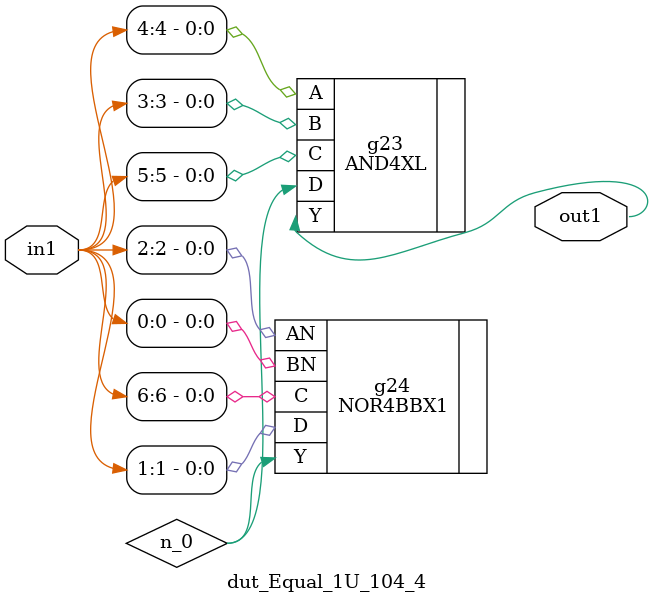
<source format=v>
`timescale 1ps / 1ps


module dut_Equal_1U_104_4(in1, out1);
  input [6:0] in1;
  output out1;
  wire [6:0] in1;
  wire out1;
  wire n_0;
  AND4XL g23(.A (in1[4]), .B (in1[3]), .C (in1[5]), .D (n_0), .Y
       (out1));
  NOR4BBX1 g24(.AN (in1[2]), .BN (in1[0]), .C (in1[6]), .D (in1[1]), .Y
       (n_0));
endmodule



</source>
